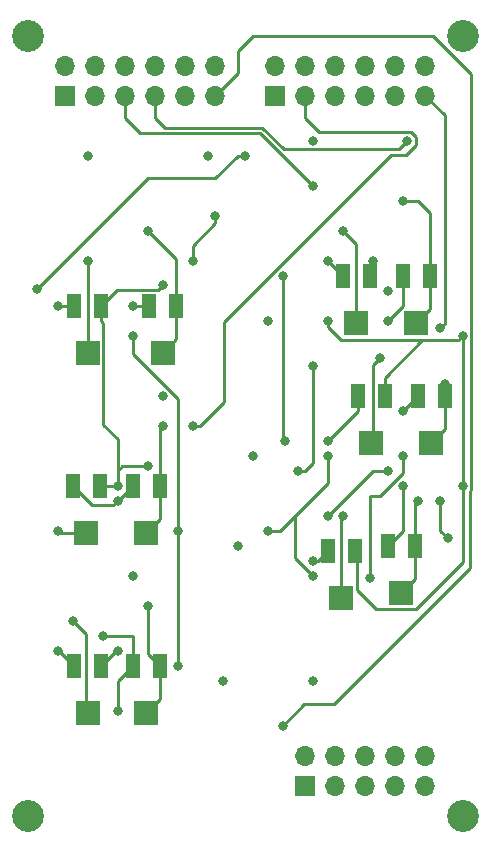
<source format=gbl>
%TF.GenerationSoftware,KiCad,Pcbnew,5.1.10-88a1d61d58~90~ubuntu20.10.1*%
%TF.CreationDate,2021-10-06T21:45:22-04:00*%
%TF.ProjectId,vco,76636f2e-6b69-4636-9164-5f7063625858,rev?*%
%TF.SameCoordinates,Original*%
%TF.FileFunction,Copper,L4,Bot*%
%TF.FilePolarity,Positive*%
%FSLAX46Y46*%
G04 Gerber Fmt 4.6, Leading zero omitted, Abs format (unit mm)*
G04 Created by KiCad (PCBNEW 5.1.10-88a1d61d58~90~ubuntu20.10.1) date 2021-10-06 21:45:22*
%MOMM*%
%LPD*%
G01*
G04 APERTURE LIST*
%TA.AperFunction,SMDPad,CuDef*%
%ADD10R,2.000000X2.000000*%
%TD*%
%TA.AperFunction,SMDPad,CuDef*%
%ADD11R,1.300000X2.000000*%
%TD*%
%TA.AperFunction,ComponentPad*%
%ADD12O,1.700000X1.700000*%
%TD*%
%TA.AperFunction,ComponentPad*%
%ADD13R,1.700000X1.700000*%
%TD*%
%TA.AperFunction,ViaPad*%
%ADD14C,2.700000*%
%TD*%
%TA.AperFunction,ViaPad*%
%ADD15C,0.800000*%
%TD*%
%TA.AperFunction,Conductor*%
%ADD16C,0.250000*%
%TD*%
G04 APERTURE END LIST*
D10*
%TO.P,RV1,2*%
%TO.N,Net-(R1-Pad2)*%
X137160000Y-101155000D03*
D11*
%TO.P,RV1,3*%
%TO.N,GND*%
X136010000Y-97155000D03*
%TO.P,RV1,1*%
%TO.N,-12V*%
X138310000Y-97155000D03*
%TD*%
D10*
%TO.P,RV12,2*%
%TO.N,Net-(R18-Pad2)*%
X166250000Y-108775000D03*
D11*
%TO.P,RV12,3*%
%TO.N,GND*%
X165100000Y-104775000D03*
%TO.P,RV12,1*%
%TO.N,Net-(R18-Pad2)*%
X167400000Y-104775000D03*
%TD*%
D10*
%TO.P,RV11,2*%
%TO.N,Net-(R16-Pad2)*%
X161170000Y-108775000D03*
D11*
%TO.P,RV11,3*%
%TO.N,GND*%
X160020000Y-104775000D03*
%TO.P,RV11,1*%
%TO.N,-12V*%
X162320000Y-104775000D03*
%TD*%
D10*
%TO.P,RV10,2*%
%TO.N,Net-(R15-Pad2)*%
X163710000Y-121475000D03*
D11*
%TO.P,RV10,3*%
%TO.N,GND*%
X162560000Y-117475000D03*
%TO.P,RV10,1*%
%TO.N,Net-(R15-Pad2)*%
X164860000Y-117475000D03*
%TD*%
D10*
%TO.P,RV9,2*%
%TO.N,Net-(R13-Pad2)*%
X158630000Y-121920000D03*
D11*
%TO.P,RV9,3*%
%TO.N,GND*%
X157480000Y-117920000D03*
%TO.P,RV9,1*%
%TO.N,-12V*%
X159780000Y-117920000D03*
%TD*%
D10*
%TO.P,RV8,2*%
%TO.N,Net-(R12-Pad2)*%
X164980000Y-98615000D03*
D11*
%TO.P,RV8,3*%
%TO.N,GND*%
X163830000Y-94615000D03*
%TO.P,RV8,1*%
%TO.N,Net-(R12-Pad2)*%
X166130000Y-94615000D03*
%TD*%
D10*
%TO.P,RV7,2*%
%TO.N,Net-(R10-Pad2)*%
X159900000Y-98615000D03*
D11*
%TO.P,RV7,3*%
%TO.N,GND*%
X158750000Y-94615000D03*
%TO.P,RV7,1*%
%TO.N,-12V*%
X161050000Y-94615000D03*
%TD*%
D10*
%TO.P,RV6,2*%
%TO.N,Net-(R9-Pad2)*%
X142120000Y-131635000D03*
D11*
%TO.P,RV6,3*%
%TO.N,GND*%
X140970000Y-127635000D03*
%TO.P,RV6,1*%
%TO.N,Net-(R9-Pad2)*%
X143270000Y-127635000D03*
%TD*%
D10*
%TO.P,RV5,2*%
%TO.N,Net-(R7-Pad2)*%
X137160000Y-131635000D03*
D11*
%TO.P,RV5,3*%
%TO.N,GND*%
X136010000Y-127635000D03*
%TO.P,RV5,1*%
%TO.N,-12V*%
X138310000Y-127635000D03*
%TD*%
D10*
%TO.P,RV4,2*%
%TO.N,Net-(R6-Pad2)*%
X142120000Y-116395000D03*
D11*
%TO.P,RV4,3*%
%TO.N,GND*%
X140970000Y-112395000D03*
%TO.P,RV4,1*%
%TO.N,Net-(R6-Pad2)*%
X143270000Y-112395000D03*
%TD*%
D10*
%TO.P,RV3,2*%
%TO.N,Net-(R4-Pad2)*%
X137040000Y-116395000D03*
D11*
%TO.P,RV3,3*%
%TO.N,GND*%
X135890000Y-112395000D03*
%TO.P,RV3,1*%
%TO.N,-12V*%
X138190000Y-112395000D03*
%TD*%
D10*
%TO.P,RV2,2*%
%TO.N,Net-(R3-Pad2)*%
X143510000Y-101155000D03*
D11*
%TO.P,RV2,3*%
%TO.N,GND*%
X142360000Y-97155000D03*
%TO.P,RV2,1*%
%TO.N,Net-(R3-Pad2)*%
X144660000Y-97155000D03*
%TD*%
D12*
%TO.P,J1,10*%
%TO.N,-12V*%
X165735000Y-135255000D03*
%TO.P,J1,9*%
X165735000Y-137795000D03*
%TO.P,J1,8*%
%TO.N,GND*%
X163195000Y-135255000D03*
%TO.P,J1,7*%
X163195000Y-137795000D03*
%TO.P,J1,6*%
X160655000Y-135255000D03*
%TO.P,J1,5*%
X160655000Y-137795000D03*
%TO.P,J1,4*%
X158115000Y-135255000D03*
%TO.P,J1,3*%
X158115000Y-137795000D03*
%TO.P,J1,2*%
%TO.N,+12V*%
X155575000Y-135255000D03*
D13*
%TO.P,J1,1*%
X155575000Y-137795000D03*
%TD*%
D12*
%TO.P,J2,12*%
%TO.N,GND*%
X165735000Y-76835000D03*
%TO.P,J2,11*%
%TO.N,CV6*%
X165735000Y-79375000D03*
%TO.P,J2,10*%
%TO.N,GND*%
X163195000Y-76835000D03*
%TO.P,J2,9*%
%TO.N,CV5*%
X163195000Y-79375000D03*
%TO.P,J2,8*%
%TO.N,GND*%
X160655000Y-76835000D03*
%TO.P,J2,7*%
%TO.N,CV4*%
X160655000Y-79375000D03*
%TO.P,J2,6*%
%TO.N,GND*%
X158115000Y-76835000D03*
%TO.P,J2,5*%
%TO.N,CV3*%
X158115000Y-79375000D03*
%TO.P,J2,4*%
%TO.N,GND*%
X155575000Y-76835000D03*
%TO.P,J2,3*%
%TO.N,CV2*%
X155575000Y-79375000D03*
%TO.P,J2,2*%
%TO.N,GND*%
X153035000Y-76835000D03*
D13*
%TO.P,J2,1*%
%TO.N,CV1*%
X153035000Y-79375000D03*
%TD*%
D12*
%TO.P,J3,12*%
%TO.N,GND*%
X147955000Y-76835000D03*
%TO.P,J3,11*%
%TO.N,OUT6*%
X147955000Y-79375000D03*
%TO.P,J3,10*%
%TO.N,GND*%
X145415000Y-76835000D03*
%TO.P,J3,9*%
%TO.N,OUT5*%
X145415000Y-79375000D03*
%TO.P,J3,8*%
%TO.N,GND*%
X142875000Y-76835000D03*
%TO.P,J3,7*%
%TO.N,OUT4*%
X142875000Y-79375000D03*
%TO.P,J3,6*%
%TO.N,GND*%
X140335000Y-76835000D03*
%TO.P,J3,5*%
%TO.N,OUT3*%
X140335000Y-79375000D03*
%TO.P,J3,4*%
%TO.N,GND*%
X137795000Y-76835000D03*
%TO.P,J3,3*%
%TO.N,OUT2*%
X137795000Y-79375000D03*
%TO.P,J3,2*%
%TO.N,GND*%
X135255000Y-76835000D03*
D13*
%TO.P,J3,1*%
%TO.N,OUT1*%
X135255000Y-79375000D03*
%TD*%
D14*
%TO.N,GND*%
X132080000Y-74295000D03*
X132080000Y-140335000D03*
X168910000Y-140335000D03*
X168910000Y-74295000D03*
D15*
X162560000Y-98425000D03*
X156210000Y-83185000D03*
X147320000Y-84455000D03*
X151130000Y-109855000D03*
X137160000Y-84455000D03*
X140970000Y-120015000D03*
X139700000Y-113665000D03*
X140970000Y-97155000D03*
X134620000Y-97155000D03*
X143510000Y-104775000D03*
X138430000Y-125095000D03*
X157480000Y-93345000D03*
X139700000Y-131445000D03*
X157480000Y-108585000D03*
X163830000Y-106045000D03*
X134620000Y-126365000D03*
X156210000Y-118745000D03*
X163830000Y-112395000D03*
X148590000Y-128905000D03*
X156210000Y-128905000D03*
%TO.N,/Sheet614BBE23/4A*%
X153670000Y-94615000D03*
X153889900Y-108585000D03*
%TO.N,/Sheet614BBE23/5A*%
X152400000Y-116205000D03*
X156210000Y-120015000D03*
X157480000Y-109855000D03*
%TO.N,/Sheet614BBE23/6A*%
X157480000Y-114935000D03*
X162560000Y-111125000D03*
%TO.N,-12V*%
X157480000Y-98425000D03*
X168910000Y-112395000D03*
X168910000Y-99695000D03*
X143510000Y-95415000D03*
X142240000Y-110715000D03*
X139700000Y-112395000D03*
X139700000Y-126365000D03*
X161290000Y-93345000D03*
X149860000Y-117475000D03*
%TO.N,+12V*%
X152400000Y-98425000D03*
X156210000Y-102235000D03*
X163830000Y-109855000D03*
X144780000Y-116205000D03*
X140970000Y-99695000D03*
X154940000Y-111125000D03*
X162560000Y-95885000D03*
X144780000Y-127635000D03*
X161060000Y-120245000D03*
%TO.N,Net-(R1-Pad2)*%
X137160000Y-93345000D03*
%TO.N,CV1*%
X146050000Y-93345000D03*
X147955000Y-89535000D03*
%TO.N,Net-(R4-Pad2)*%
X134620000Y-116205000D03*
%TO.N,Net-(R6-Pad2)*%
X143510000Y-107315000D03*
%TO.N,Net-(R7-Pad2)*%
X135890000Y-123825000D03*
%TO.N,CV2*%
X146050000Y-107315000D03*
%TO.N,Net-(R10-Pad2)*%
X158750000Y-90805000D03*
%TO.N,CV5*%
X167005000Y-113665000D03*
X167640000Y-116840000D03*
%TO.N,Net-(R12-Pad2)*%
X163830000Y-88265000D03*
%TO.N,Net-(R13-Pad2)*%
X158750000Y-114935000D03*
%TO.N,CV3*%
X150495000Y-84455000D03*
X132900990Y-95699010D03*
%TO.N,Net-(R16-Pad2)*%
X161925000Y-101600000D03*
%TO.N,CV6*%
X167005000Y-99060000D03*
%TO.N,Net-(R18-Pad2)*%
X167400000Y-103745000D03*
%TO.N,OUT6*%
X153670000Y-132715000D03*
%TO.N,OUT4*%
X164210000Y-83185000D03*
%TO.N,OUT3*%
X156210000Y-86995000D03*
%TO.N,Net-(R3-Pad2)*%
X142240000Y-90805000D03*
%TO.N,Net-(R9-Pad2)*%
X142240000Y-122555000D03*
%TO.N,Net-(R15-Pad2)*%
X165100000Y-113665000D03*
%TD*%
D16*
%TO.N,GND*%
X136010000Y-97155000D02*
X134620000Y-97155000D01*
X142360000Y-97155000D02*
X140970000Y-97155000D01*
X139300001Y-114064999D02*
X139700000Y-113665000D01*
X137559999Y-114064999D02*
X139300001Y-114064999D01*
X135890000Y-112395000D02*
X137559999Y-114064999D01*
X157480000Y-93345000D02*
X158750000Y-94615000D01*
X163830000Y-94615000D02*
X163830000Y-97155000D01*
X163830000Y-97155000D02*
X162560000Y-98425000D01*
X140970000Y-127635000D02*
X139700000Y-128905000D01*
X139700000Y-128905000D02*
X139700000Y-131445000D01*
X138430000Y-125095000D02*
X140970000Y-125095000D01*
X140970000Y-125095000D02*
X140970000Y-127635000D01*
X160020000Y-106045000D02*
X157480000Y-108585000D01*
X160020000Y-104775000D02*
X160020000Y-106045000D01*
X165100000Y-104775000D02*
X163830000Y-106045000D01*
X134740000Y-126365000D02*
X136010000Y-127635000D01*
X134620000Y-126365000D02*
X134740000Y-126365000D01*
X140970000Y-112395000D02*
X139700000Y-113665000D01*
X163830000Y-116205000D02*
X162560000Y-117475000D01*
X163830000Y-112395000D02*
X163830000Y-116205000D01*
X156655000Y-118745000D02*
X157480000Y-117920000D01*
X156210000Y-118745000D02*
X156655000Y-118745000D01*
%TO.N,/Sheet614BBE23/4A*%
X153670000Y-108365100D02*
X153889900Y-108585000D01*
X153670000Y-94615000D02*
X153670000Y-108365100D01*
%TO.N,/Sheet614BBE23/5A*%
X154743002Y-118548002D02*
X156210000Y-120015000D01*
X154743002Y-114935000D02*
X154743002Y-118548002D01*
X153473002Y-116205000D02*
X154743002Y-114935000D01*
X152400000Y-116205000D02*
X153473002Y-116205000D01*
X157480000Y-112198002D02*
X154743002Y-114935000D01*
X157480000Y-109855000D02*
X157480000Y-112198002D01*
%TO.N,/Sheet614BBE23/6A*%
X161290000Y-111125000D02*
X157480000Y-114935000D01*
X162560000Y-111125000D02*
X161290000Y-111125000D01*
%TO.N,-12V*%
X138310000Y-97155000D02*
X138485001Y-97330001D01*
X161050000Y-94615000D02*
X161050000Y-93585000D01*
X161050000Y-93585000D02*
X161290000Y-93345000D01*
X161290000Y-93345000D02*
X161290000Y-93345000D01*
X138310000Y-127635000D02*
X138430000Y-127635000D01*
X139580000Y-126365000D02*
X138310000Y-127635000D01*
X139700000Y-126365000D02*
X139580000Y-126365000D01*
X138190000Y-112395000D02*
X139700000Y-112395000D01*
X168510001Y-100094999D02*
X168910000Y-99695000D01*
X157480000Y-98990685D02*
X158584314Y-100094999D01*
X157480000Y-98425000D02*
X157480000Y-98990685D01*
X168910000Y-99695000D02*
X168910000Y-112395000D01*
X162320000Y-103274998D02*
X165499999Y-100094999D01*
X162320000Y-104775000D02*
X162320000Y-103274998D01*
X165499999Y-100094999D02*
X168510001Y-100094999D01*
X158584314Y-100094999D02*
X165499999Y-100094999D01*
X159955001Y-117650001D02*
X159955001Y-121220001D01*
X159780000Y-117475000D02*
X159955001Y-117650001D01*
X168910000Y-118860002D02*
X168910000Y-112395000D01*
X164970001Y-122800001D02*
X168910000Y-118860002D01*
X161535001Y-122800001D02*
X164970001Y-122800001D01*
X138430000Y-97155000D02*
X138310000Y-97155000D01*
X139700000Y-112395000D02*
X139700000Y-111125000D01*
X143094001Y-95830999D02*
X143510000Y-95415000D01*
X139634001Y-95830999D02*
X143094001Y-95830999D01*
X138310000Y-97155000D02*
X139634001Y-95830999D01*
X140110000Y-110715000D02*
X139700000Y-111125000D01*
X142240000Y-110715000D02*
X140110000Y-110715000D01*
X138484001Y-98579001D02*
X138484001Y-107260999D01*
X138310000Y-98405000D02*
X138484001Y-98579001D01*
X138310000Y-97155000D02*
X138310000Y-98405000D01*
X139700000Y-108476998D02*
X139700000Y-112395000D01*
X138484001Y-107260999D02*
X139700000Y-108476998D01*
X161535001Y-122800001D02*
X159955001Y-121220001D01*
%TO.N,+12V*%
X144780000Y-105010002D02*
X144780000Y-116205000D01*
X140970000Y-101200002D02*
X144780000Y-105010002D01*
X140970000Y-99695000D02*
X140970000Y-101200002D01*
X144780000Y-116205000D02*
X144780000Y-127635000D01*
X144780000Y-127635000D02*
X144780000Y-127635000D01*
X163830000Y-111323478D02*
X163830000Y-109855000D01*
X161893482Y-113259996D02*
X163830000Y-111323478D01*
X161060000Y-113259996D02*
X161893482Y-113259996D01*
X161060000Y-120245000D02*
X161060000Y-113259996D01*
X155575000Y-111125000D02*
X154940000Y-111125000D01*
X156210000Y-110490000D02*
X155575000Y-111125000D01*
X156210000Y-102235000D02*
X156210000Y-110490000D01*
%TO.N,Net-(R1-Pad2)*%
X137160000Y-93345000D02*
X137160000Y-101155000D01*
%TO.N,CV1*%
X146050000Y-93345000D02*
X146050000Y-92075000D01*
X146050000Y-92075000D02*
X147955000Y-90170000D01*
X147955000Y-90170000D02*
X147955000Y-89535000D01*
X147955000Y-89535000D02*
X147955000Y-89535000D01*
%TO.N,Net-(R4-Pad2)*%
X134810000Y-116395000D02*
X134620000Y-116205000D01*
X137040000Y-116395000D02*
X134810000Y-116395000D01*
%TO.N,Net-(R6-Pad2)*%
X143270000Y-115245000D02*
X142120000Y-116395000D01*
X143270000Y-112395000D02*
X143270000Y-115245000D01*
X143270000Y-107555000D02*
X143510000Y-107315000D01*
X143270000Y-112395000D02*
X143270000Y-107555000D01*
%TO.N,Net-(R7-Pad2)*%
X136984001Y-131459001D02*
X137160000Y-131635000D01*
X136984001Y-124919001D02*
X136984001Y-131459001D01*
X135890000Y-123825000D02*
X136984001Y-124919001D01*
%TO.N,CV2*%
X146050000Y-107315000D02*
X146685000Y-107315000D01*
X146685000Y-107315000D02*
X148679001Y-105320999D01*
X164934001Y-82837479D02*
X164557521Y-82460999D01*
X164934001Y-83532521D02*
X164934001Y-82837479D01*
X164108511Y-84358011D02*
X164934001Y-83532521D01*
X162855467Y-84358011D02*
X164108511Y-84358011D01*
X148679001Y-98534477D02*
X162855467Y-84358011D01*
X148679001Y-105320999D02*
X148679001Y-98534477D01*
X164557521Y-82460999D02*
X156755999Y-82460999D01*
X155575000Y-81280000D02*
X155575000Y-79375000D01*
X156755999Y-82460999D02*
X155575000Y-81280000D01*
%TO.N,Net-(R10-Pad2)*%
X160020000Y-98495000D02*
X159900000Y-98615000D01*
X159900000Y-91955000D02*
X159900000Y-98615000D01*
X158750000Y-90805000D02*
X159900000Y-91955000D01*
%TO.N,CV5*%
X167005000Y-116205000D02*
X167640000Y-116840000D01*
X167005000Y-113665000D02*
X167005000Y-116205000D01*
%TO.N,Net-(R12-Pad2)*%
X163830000Y-88265000D02*
X165100000Y-88265000D01*
X166130000Y-89295000D02*
X166130000Y-94615000D01*
X165100000Y-88265000D02*
X166130000Y-89295000D01*
X166130000Y-97465000D02*
X164980000Y-98615000D01*
X166130000Y-94615000D02*
X166130000Y-97465000D01*
%TO.N,Net-(R13-Pad2)*%
X158630000Y-121475000D02*
X158630000Y-115055000D01*
%TO.N,CV3*%
X142240000Y-86360000D02*
X132900990Y-95699010D01*
X147955000Y-86360000D02*
X142240000Y-86360000D01*
X149860000Y-84455000D02*
X147955000Y-86360000D01*
X150495000Y-84455000D02*
X149860000Y-84455000D01*
%TO.N,Net-(R16-Pad2)*%
X161290000Y-108655000D02*
X161170000Y-108775000D01*
X161345999Y-102179001D02*
X161925000Y-101600000D01*
X161345999Y-108599001D02*
X161345999Y-102179001D01*
X161170000Y-108775000D02*
X161345999Y-108599001D01*
%TO.N,CV6*%
X167404999Y-81044999D02*
X165735000Y-79375000D01*
X167404999Y-98660001D02*
X167404999Y-81044999D01*
X167005000Y-99060000D02*
X167404999Y-98660001D01*
%TO.N,Net-(R18-Pad2)*%
X167400000Y-104775000D02*
X167400000Y-103745000D01*
X167400000Y-103745000D02*
X167400000Y-103745000D01*
X167400000Y-107625000D02*
X166250000Y-108775000D01*
X167400000Y-104775000D02*
X167400000Y-107625000D01*
%TO.N,OUT6*%
X155479001Y-130905999D02*
X158019001Y-130905999D01*
X153670000Y-132715000D02*
X155479001Y-130905999D01*
X158019001Y-130905999D02*
X169545000Y-119380000D01*
X169634001Y-112742521D02*
X169634001Y-77559001D01*
X169545000Y-112831522D02*
X169634001Y-112742521D01*
X169545000Y-119380000D02*
X169545000Y-112831522D01*
X169634001Y-77559001D02*
X166370000Y-74295000D01*
X166370000Y-74295000D02*
X151130000Y-74295000D01*
X151130000Y-74295000D02*
X149860000Y-75565000D01*
X149860000Y-77470000D02*
X147955000Y-79375000D01*
X149860000Y-75565000D02*
X149860000Y-77470000D01*
%TO.N,OUT4*%
X163485999Y-83909001D02*
X164210000Y-83185000D01*
X153759001Y-83909001D02*
X163485999Y-83909001D01*
X151950990Y-82100990D02*
X153759001Y-83909001D01*
X143695990Y-82100990D02*
X151950990Y-82100990D01*
X142875000Y-81280000D02*
X143695990Y-82100990D01*
X142875000Y-79375000D02*
X142875000Y-81280000D01*
%TO.N,OUT3*%
X140335000Y-81280000D02*
X140335000Y-79375000D01*
X141605000Y-82550000D02*
X140335000Y-81280000D01*
X151765000Y-82550000D02*
X141605000Y-82550000D01*
X156210000Y-86995000D02*
X151765000Y-82550000D01*
%TO.N,Net-(R3-Pad2)*%
X144660000Y-100005000D02*
X143510000Y-101155000D01*
X144660000Y-97155000D02*
X144660000Y-100005000D01*
X144660000Y-93225000D02*
X142240000Y-90805000D01*
X144660000Y-97155000D02*
X144660000Y-93225000D01*
%TO.N,Net-(R9-Pad2)*%
X143270000Y-130485000D02*
X142120000Y-131635000D01*
X143270000Y-127635000D02*
X143270000Y-130485000D01*
X143270000Y-127635000D02*
X143270000Y-127395000D01*
X142240000Y-126605000D02*
X143270000Y-127635000D01*
X142240000Y-122555000D02*
X142240000Y-126605000D01*
%TO.N,Net-(R15-Pad2)*%
X164860000Y-120325000D02*
X163710000Y-121475000D01*
X164860000Y-117475000D02*
X164860000Y-120325000D01*
X164860000Y-113905000D02*
X165100000Y-113665000D01*
X164860000Y-117475000D02*
X164860000Y-113905000D01*
%TD*%
M02*

</source>
